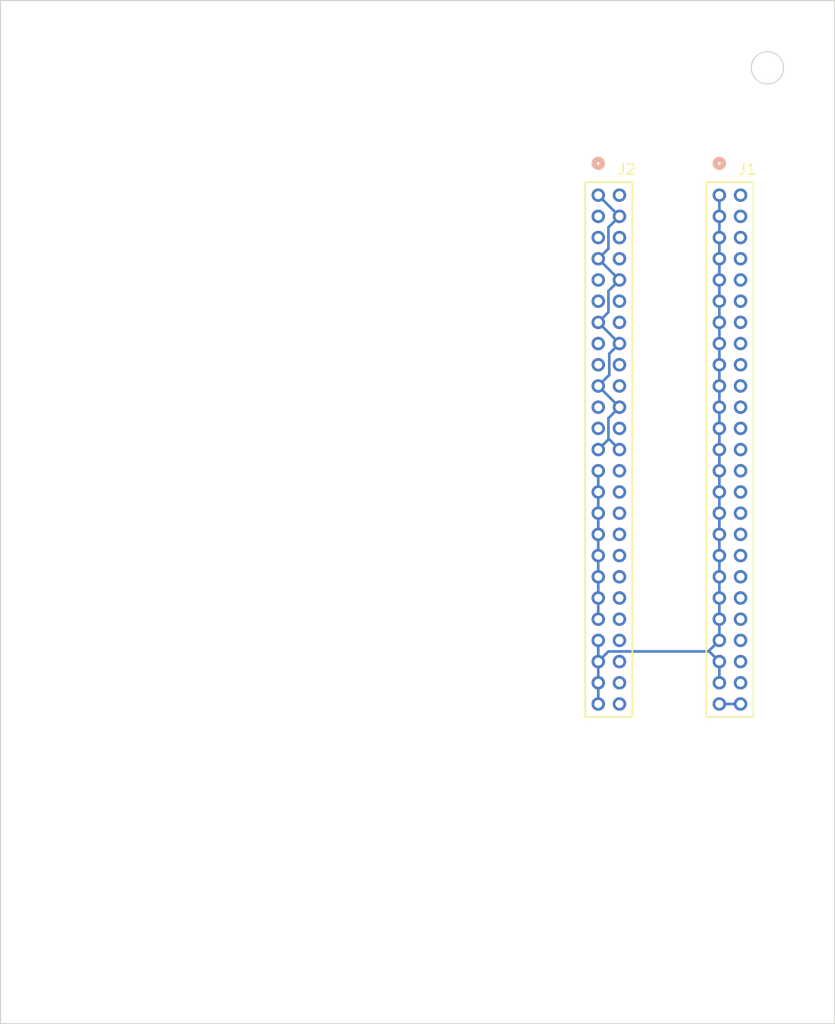
<source format=kicad_pcb>
(kicad_pcb (version 20221018) (generator pcbnew)
  (layers (0 "F.Cu" signal) (31 "B.Cu" signal) (34 "B.Paste" user) (35 "F.Paste" user) (36 "B.SilkS" user "B.Silkscreen") (37 "F.SilkS" user "F.Silkscreen") (38 "B.Mask" user) (39 "F.Mask" user) (44 "Edge.Cuts" user))
  (net 0 "")
  (net 1 "D GND")
  (net 2 "DIO4")
  (net 3 "DIO5")
  (net 4 "DIO6")
  (net 5 "DIO7")
  (net 6 "DIO8")
  (net 7 "DIO9")
  (net 8 "DIO10")
  (net 9 "DIO11")
  (net 10 "DIO12")
  (net 11 "DIO13")
  (net 12 "DIO14")
  (net 13 "DIO15")
  (net 14 "DIO16")
  (net 15 "DIO17")
  (net 16 "DIO18")
  (net 17 "DIO19")
  (net 18 "DIO20")
  (net 19 "DIO21")
  (net 20 "DIO22")
  (net 21 "DIO23")
  (net 22 "DIO24")
  (net 23 "DIO25")
  (net 24 "DIO26")
  (net 25 "DIO27")
  (net 26 "+5V")
  (net 27 "AI GND")
  (net 28 "AI0")
  (net 29 "AI8")
  (net 30 "AI9")
  (net 31 "AI1")
  (net 32 "AI2")
  (net 33 "AI10")
  (net 34 "AI11")
  (net 35 "AI3")
  (net 36 "AI4")
  (net 37 "AI12")
  (net 38 "AI13")
  (net 39 "AI5")
  (net 40 "AI6")
  (net 41 "AI14")
  (net 42 "AI15")
  (net 43 "AI7")
  (net 44 "AO GND")
  (net 45 "AO0")
  (net 46 "AO1")
  (net 47 "AO2")
  (net 48 "AO3")
  (net 53 "DIO0")
  (net 54 "DIO1")
  (net 55 "DIO2")
  (net 56 "DIO3")
  (footprint "glab:79107-7024_MOL" (layer "F.Cu") (at 93.25 43.75912 -90)
    (fp_text reference "J1" (at -2.43 -2.637999 unlocked) (layer "F.SilkS"))
    (fp_text value "791077024")
    (fp_circle (center -3.0002 0) (end -2.6192 0) (stroke (width 0.508)) (fill none) (layer "B.SilkS"))
    (fp_line (start -1.2222 -3.2098) (end -1.2222 1.2352) (stroke (width 0.1524)) (layer "F.SilkS"))
    (fp_line (start -1.2222 1.2352) (end 49.2222 1.2352) (stroke (width 0.1524)) (layer "F.SilkS"))
    (fp_line (start 49.2222 -3.2098) (end -1.2222 -3.2098) (stroke (width 0.1524)) (layer "F.SilkS"))
    (fp_line (start 49.2222 1.2352) (end 49.2222 -3.2098) (stroke (width 0.1524)) (layer "F.SilkS"))
    (fp_circle (center -3.0002 0) (end -2.6192 0) (stroke (width 0.508)) (fill none) (layer "F.SilkS"))
    (pad "1" thru_hole circle (at 0 0.000001 270) (size 1.27 1.27) (drill 0.762) (layers "*.Cu" "*.Mask") (net 1 "D GND"))
    (pad "2" thru_hole circle (at 0 -2.000001 270) (size 1.27 1.27) (drill 0.762) (layers "*.Cu" "*.Mask") (net 2 "DIO4"))
    (pad "3" thru_hole circle (at 2.000001 0.000001 270) (size 1.27 1.27) (drill 0.762) (layers "*.Cu" "*.Mask") (net 1 "D GND"))
    (pad "4" thru_hole circle (at 2.000001 -2.000001 270) (size 1.27 1.27) (drill 0.762) (layers "*.Cu" "*.Mask") (net 3 "DIO5"))
    (pad "5" thru_hole circle (at 4 0.000001 270) (size 1.27 1.27) (drill 0.762) (layers "*.Cu" "*.Mask") (net 1 "D GND"))
    (pad "6" thru_hole circle (at 4 -2.000001 270) (size 1.27 1.27) (drill 0.762) (layers "*.Cu" "*.Mask") (net 4 "DIO6"))
    (pad "7" thru_hole circle (at 6.000001 0.000001 270) (size 1.27 1.27) (drill 0.762) (layers "*.Cu" "*.Mask") (net 1 "D GND"))
    (pad "8" thru_hole circle (at 6.000001 -2.000001 270) (size 1.27 1.27) (drill 0.762) (layers "*.Cu" "*.Mask") (net 5 "DIO7"))
    (pad "9" thru_hole circle (at 7.999999 0.000001 270) (size 1.27 1.27) (drill 0.762) (layers "*.Cu" "*.Mask") (net 1 "D GND"))
    (pad "10" thru_hole circle (at 7.999999 -2.000001 270) (size 1.27 1.27) (drill 0.762) (layers "*.Cu" "*.Mask") (net 6 "DIO8"))
    (pad "11" thru_hole circle (at 10 0.000001 270) (size 1.27 1.27) (drill 0.762) (layers "*.Cu" "*.Mask") (net 1 "D GND"))
    (pad "12" thru_hole circle (at 10 -2.000001 270) (size 1.27 1.27) (drill 0.762) (layers "*.Cu" "*.Mask") (net 7 "DIO9"))
    (pad "13" thru_hole circle (at 12.000001 0.000001 270) (size 1.27 1.27) (drill 0.762) (layers "*.Cu" "*.Mask") (net 1 "D GND"))
    (pad "14" thru_hole circle (at 12.000001 -2.000001 270) (size 1.27 1.27) (drill 0.762) (layers "*.Cu" "*.Mask") (net 8 "DIO10"))
    (pad "15" thru_hole circle (at 14 0.000001 270) (size 1.27 1.27) (drill 0.762) (layers "*.Cu" "*.Mask") (net 1 "D GND"))
    (pad "16" thru_hole circle (at 14 -2.000001 270) (size 1.27 1.27) (drill 0.762) (layers "*.Cu" "*.Mask") (net 9 "DIO11"))
    (pad "17" thru_hole circle (at 16.000001 0.000001 270) (size 1.27 1.27) (drill 0.762) (layers "*.Cu" "*.Mask") (net 1 "D GND"))
    (pad "18" thru_hole circle (at 16.000001 -2.000001 270) (size 1.27 1.27) (drill 0.762) (layers "*.Cu" "*.Mask") (net 10 "DIO12"))
    (pad "19" thru_hole circle (at 17.999999 0.000001 270) (size 1.27 1.27) (drill 0.762) (layers "*.Cu" "*.Mask") (net 1 "D GND"))
    (pad "20" thru_hole circle (at 17.999999 -2.000001 270) (size 1.27 1.27) (drill 0.762) (layers "*.Cu" "*.Mask") (net 11 "DIO13"))
    (pad "21" thru_hole circle (at 20.000001 0.000001 270) (size 1.27 1.27) (drill 0.762) (layers "*.Cu" "*.Mask") (net 1 "D GND"))
    (pad "22" thru_hole circle (at 20.000001 -2.000001 270) (size 1.27 1.27) (drill 0.762) (layers "*.Cu" "*.Mask") (net 12 "DIO14"))
    (pad "23" thru_hole circle (at 21.999999 0.000001 270) (size 1.27 1.27) (drill 0.762) (layers "*.Cu" "*.Mask") (net 1 "D GND"))
    (pad "24" thru_hole circle (at 21.999999 -2.000001 270) (size 1.27 1.27) (drill 0.762) (layers "*.Cu" "*.Mask") (net 13 "DIO15"))
    (pad "25" thru_hole circle (at 24 0.000001 270) (size 1.27 1.27) (drill 0.762) (layers "*.Cu" "*.Mask") (net 1 "D GND"))
    (pad "26" thru_hole circle (at 24 -2.000001 270) (size 1.27 1.27) (drill 0.762) (layers "*.Cu" "*.Mask") (net 14 "DIO16"))
    (pad "27" thru_hole circle (at 26.000001 0.000001 270) (size 1.27 1.27) (drill 0.762) (layers "*.Cu" "*.Mask") (net 1 "D GND"))
    (pad "28" thru_hole circle (at 26.000001 -2.000001 270) (size 1.27 1.27) (drill 0.762) (layers "*.Cu" "*.Mask") (net 15 "DIO17"))
    (pad "29" thru_hole circle (at 28 0.000001 270) (size 1.27 1.27) (drill 0.762) (layers "*.Cu" "*.Mask") (net 1 "D GND"))
    (pad "30" thru_hole circle (at 28 -2.000001 270) (size 1.27 1.27) (drill 0.762) (layers "*.Cu" "*.Mask") (net 16 "DIO18"))
    (pad "31" thru_hole circle (at 30.000001 0.000001 270) (size 1.27 1.27) (drill 0.762) (layers "*.Cu" "*.Mask") (net 1 "D GND"))
    (pad "32" thru_hole circle (at 30.000001 -2.000001 270) (size 1.27 1.27) (drill 0.762) (layers "*.Cu" "*.Mask") (net 17 "DIO19"))
    (pad "33" thru_hole circle (at 31.999999 0.000001 270) (size 1.27 1.27) (drill 0.762) (layers "*.Cu" "*.Mask") (net 1 "D GND"))
    (pad "34" thru_hole circle (at 31.999999 -2.000001 270) (size 1.27 1.27) (drill 0.762) (layers "*.Cu" "*.Mask") (net 18 "DIO20"))
    (pad "35" thru_hole circle (at 34.000001 0.000001 270) (size 1.27 1.27) (drill 0.762) (layers "*.Cu" "*.Mask") (net 1 "D GND"))
    (pad "36" thru_hole circle (at 34.000001 -2.000001 270) (size 1.27 1.27) (drill 0.762) (layers "*.Cu" "*.Mask") (net 19 "DIO21"))
    (pad "37" thru_hole circle (at 35.999999 0.000001 270) (size 1.27 1.27) (drill 0.762) (layers "*.Cu" "*.Mask") (net 1 "D GND"))
    (pad "38" thru_hole circle (at 35.999999 -2.000001 270) (size 1.27 1.27) (drill 0.762) (layers "*.Cu" "*.Mask") (net 20 "DIO22"))
    (pad "39" thru_hole circle (at 38 0.000001 270) (size 1.27 1.27) (drill 0.762) (layers "*.Cu" "*.Mask") (net 1 "D GND"))
    (pad "40" thru_hole circle (at 38 -2.000001 270) (size 1.27 1.27) (drill 0.762) (layers "*.Cu" "*.Mask") (net 21 "DIO23"))
    (pad "41" thru_hole circle (at 40.000001 0.000001 270) (size 1.27 1.27) (drill 0.762) (layers "*.Cu" "*.Mask") (net 1 "D GND"))
    (pad "42" thru_hole circle (at 40.000001 -2.000001 270) (size 1.27 1.27) (drill 0.762) (layers "*.Cu" "*.Mask") (net 22 "DIO24"))
    (pad "43" thru_hole circle (at 42 0.000001 270) (size 1.27 1.27) (drill 0.762) (layers "*.Cu" "*.Mask") (net 1 "D GND"))
    (pad "44" thru_hole circle (at 42 -2.000001 270) (size 1.27 1.27) (drill 0.762) (layers "*.Cu" "*.Mask") (net 23 "DIO25"))
    (pad "45" thru_hole circle (at 44.000001 0.000001 270) (size 1.27 1.27) (drill 0.762) (layers "*.Cu" "*.Mask") (net 1 "D GND"))
    (pad "46" thru_hole circle (at 44.000001 -2.000001 270) (size 1.27 1.27) (drill 0.762) (layers "*.Cu" "*.Mask") (net 24 "DIO26"))
    (pad "47" thru_hole circle (at 45.999999 0.000001 270) (size 1.27 1.27) (drill 0.762) (layers "*.Cu" "*.Mask") (net 1 "D GND"))
    (pad "48" thru_hole circle (at 45.999999 -2.000001 270) (size 1.27 1.27) (drill 0.762) (layers "*.Cu" "*.Mask") (net 25 "DIO27"))
    (pad "49" thru_hole circle (at 48 0.000001 270) (size 1.27 1.27) (drill 0.762) (layers "*.Cu" "*.Mask") (net 26 "+5V"))
    (pad "50" thru_hole circle (at 48 -2.000001 270) (size 1.27 1.27) (drill 0.762) (layers "*.Cu" "*.Mask") (net 26 "+5V"))
  )
  (footprint "glab:79107-7024_MOL" (layer "F.Cu") (at 81.819999 43.75912 -90)
    (fp_text reference "J2" (at -2.430001 -2.683 unlocked) (layer "F.SilkS"))
    (fp_text value "791077024")
    (fp_circle (center -3.0002 0) (end -2.6192 0) (stroke (width 0.508)) (fill none) (layer "B.SilkS"))
    (fp_line (start -1.2222 -3.2098) (end -1.2222 1.2352) (stroke (width 0.1524)) (layer "F.SilkS"))
    (fp_line (start -1.2222 1.2352) (end 49.2222 1.2352) (stroke (width 0.1524)) (layer "F.SilkS"))
    (fp_line (start 49.2222 -3.2098) (end -1.2222 -3.2098) (stroke (width 0.1524)) (layer "F.SilkS"))
    (fp_line (start 49.2222 1.2352) (end 49.2222 -3.2098) (stroke (width 0.1524)) (layer "F.SilkS"))
    (fp_circle (center -3.0002 0) (end -2.6192 0) (stroke (width 0.508)) (fill none) (layer "F.SilkS"))
    (pad "1" thru_hole circle (at 0 0.000001 270) (size 1.27 1.27) (drill 0.762) (layers "*.Cu" "*.Mask") (net 27 "AI GND"))
    (pad "2" thru_hole circle (at 0 -2.000001 270) (size 1.27 1.27) (drill 0.762) (layers "*.Cu" "*.Mask") (net 28 "AI0"))
    (pad "3" thru_hole circle (at 2.000001 0.000001 270) (size 1.27 1.27) (drill 0.762) (layers "*.Cu" "*.Mask") (net 29 "AI8"))
    (pad "4" thru_hole circle (at 2.000001 -2.000001 270) (size 1.27 1.27) (drill 0.762) (layers "*.Cu" "*.Mask") (net 27 "AI GND"))
    (pad "5" thru_hole circle (at 4 0.000001 270) (size 1.27 1.27) (drill 0.762) (layers "*.Cu" "*.Mask") (net 30 "AI9"))
    (pad "6" thru_hole circle (at 4 -2.000001 270) (size 1.27 1.27) (drill 0.762) (layers "*.Cu" "*.Mask") (net 31 "AI1"))
    (pad "7" thru_hole circle (at 6.000001 0.000001 270) (size 1.27 1.27) (drill 0.762) (layers "*.Cu" "*.Mask") (net 27 "AI GND"))
    (pad "8" thru_hole circle (at 6.000001 -2.000001 270) (size 1.27 1.27) (drill 0.762) (layers "*.Cu" "*.Mask") (net 32 "AI2"))
    (pad "9" thru_hole circle (at 7.999999 0.000001 270) (size 1.27 1.27) (drill 0.762) (layers "*.Cu" "*.Mask") (net 33 "AI10"))
    (pad "10" thru_hole circle (at 7.999999 -2.000001 270) (size 1.27 1.27) (drill 0.762) (layers "*.Cu" "*.Mask") (net 27 "AI GND"))
    (pad "11" thru_hole circle (at 10 0.000001 270) (size 1.27 1.27) (drill 0.762) (layers "*.Cu" "*.Mask") (net 34 "AI11"))
    (pad "12" thru_hole circle (at 10 -2.000001 270) (size 1.27 1.27) (drill 0.762) (layers "*.Cu" "*.Mask") (net 35 "AI3"))
    (pad "13" thru_hole circle (at 12.000001 0.000001 270) (size 1.27 1.27) (drill 0.762) (layers "*.Cu" "*.Mask") (net 27 "AI GND"))
    (pad "14" thru_hole circle (at 12.000001 -2.000001 270) (size 1.27 1.27) (drill 0.762) (layers "*.Cu" "*.Mask") (net 36 "AI4"))
    (pad "15" thru_hole circle (at 14 0.000001 270) (size 1.27 1.27) (drill 0.762) (layers "*.Cu" "*.Mask") (net 37 "AI12"))
    (pad "16" thru_hole circle (at 14 -2.000001 270) (size 1.27 1.27) (drill 0.762) (layers "*.Cu" "*.Mask") (net 27 "AI GND"))
    (pad "17" thru_hole circle (at 16.000001 0.000001 270) (size 1.27 1.27) (drill 0.762) (layers "*.Cu" "*.Mask") (net 38 "AI13"))
    (pad "18" thru_hole circle (at 16.000001 -2.000001 270) (size 1.27 1.27) (drill 0.762) (layers "*.Cu" "*.Mask") (net 39 "AI5"))
    (pad "19" thru_hole circle (at 17.999999 0.000001 270) (size 1.27 1.27) (drill 0.762) (layers "*.Cu" "*.Mask") (net 27 "AI GND"))
    (pad "20" thru_hole circle (at 17.999999 -2.000001 270) (size 1.27 1.27) (drill 0.762) (layers "*.Cu" "*.Mask") (net 40 "AI6"))
    (pad "21" thru_hole circle (at 20.000001 0.000001 270) (size 1.27 1.27) (drill 0.762) (layers "*.Cu" "*.Mask") (net 41 "AI14"))
    (pad "22" thru_hole circle (at 20.000001 -2.000001 270) (size 1.27 1.27) (drill 0.762) (layers "*.Cu" "*.Mask") (net 27 "AI GND"))
    (pad "23" thru_hole circle (at 21.999999 0.000001 270) (size 1.27 1.27) (drill 0.762) (layers "*.Cu" "*.Mask") (net 42 "AI15"))
    (pad "24" thru_hole circle (at 21.999999 -2.000001 270) (size 1.27 1.27) (drill 0.762) (layers "*.Cu" "*.Mask") (net 43 "AI7"))
    (pad "25" thru_hole circle (at 24 0.000001 270) (size 1.27 1.27) (drill 0.762) (layers "*.Cu" "*.Mask") (net 27 "AI GND"))
    (pad "26" thru_hole circle (at 24 -2.000001 270) (size 1.27 1.27) (drill 0.762) (layers "*.Cu" "*.Mask") (net 27 "AI GND"))
    (pad "27" thru_hole circle (at 26.000001 0.000001 270) (size 1.27 1.27) (drill 0.762) (layers "*.Cu" "*.Mask") (net 44 "AO GND"))
    (pad "28" thru_hole circle (at 26.000001 -2.000001 270) (size 1.27 1.27) (drill 0.762) (layers "*.Cu" "*.Mask") (net 45 "AO0"))
    (pad "29" thru_hole circle (at 28 0.000001 270) (size 1.27 1.27) (drill 0.762) (layers "*.Cu" "*.Mask") (net 44 "AO GND"))
    (pad "30" thru_hole circle (at 28 -2.000001 270) (size 1.27 1.27) (drill 0.762) (layers "*.Cu" "*.Mask") (net 46 "AO1"))
    (pad "31" thru_hole circle (at 30.000001 0.000001 270) (size 1.27 1.27) (drill 0.762) (layers "*.Cu" "*.Mask") (net 44 "AO GND"))
    (pad "32" thru_hole circle (at 30.000001 -2.000001 270) (size 1.27 1.27) (drill 0.762) (layers "*.Cu" "*.Mask") (net 47 "AO2"))
    (pad "33" thru_hole circle (at 31.999999 0.000001 270) (size 1.27 1.27) (drill 0.762) (layers "*.Cu" "*.Mask") (net 44 "AO GND"))
    (pad "34" thru_hole circle (at 31.999999 -2.000001 270) (size 1.27 1.27) (drill 0.762) (layers "*.Cu" "*.Mask") (net 48 "AO3"))
    (pad "35" thru_hole circle (at 34.000001 0.000001 270) (size 1.27 1.27) (drill 0.762) (layers "*.Cu" "*.Mask") (net 44 "AO GND"))
    (pad "36" thru_hole circle (at 34.000001 -2.000001 270) (size 1.27 1.27) (drill 0.762) (layers "*.Cu" "*.Mask"))
    (pad "37" thru_hole circle (at 35.999999 0.000001 270) (size 1.27 1.27) (drill 0.762) (layers "*.Cu" "*.Mask") (net 44 "AO GND"))
    (pad "38" thru_hole circle (at 35.999999 -2.000001 270) (size 1.27 1.27) (drill 0.762) (layers "*.Cu" "*.Mask"))
    (pad "39" thru_hole circle (at 38 0.000001 270) (size 1.27 1.27) (drill 0.762) (layers "*.Cu" "*.Mask") (net 44 "AO GND"))
    (pad "40" thru_hole circle (at 38 -2.000001 270) (size 1.27 1.27) (drill 0.762) (layers "*.Cu" "*.Mask"))
    (pad "41" thru_hole circle (at 40.000001 0.000001 270) (size 1.27 1.27) (drill 0.762) (layers "*.Cu" "*.Mask") (net 44 "AO GND"))
    (pad "42" thru_hole circle (at 40.000001 -2.000001 270) (size 1.27 1.27) (drill 0.762) (layers "*.Cu" "*.Mask"))
    (pad "43" thru_hole circle (at 42 0.000001 270) (size 1.27 1.27) (drill 0.762) (layers "*.Cu" "*.Mask") (net 1 "D GND"))
    (pad "44" thru_hole circle (at 42 -2.000001 270) (size 1.27 1.27) (drill 0.762) (layers "*.Cu" "*.Mask") (net 53 "DIO0"))
    (pad "45" thru_hole circle (at 44.000001 0.000001 270) (size 1.27 1.27) (drill 0.762) (layers "*.Cu" "*.Mask") (net 1 "D GND"))
    (pad "46" thru_hole circle (at 44.000001 -2.000001 270) (size 1.27 1.27) (drill 0.762) (layers "*.Cu" "*.Mask") (net 54 "DIO1"))
    (pad "47" thru_hole circle (at 45.999999 0.000001 270) (size 1.27 1.27) (drill 0.762) (layers "*.Cu" "*.Mask") (net 1 "D GND"))
    (pad "48" thru_hole circle (at 45.999999 -2.000001 270) (size 1.27 1.27) (drill 0.762) (layers "*.Cu" "*.Mask") (net 55 "DIO2"))
    (pad "49" thru_hole circle (at 48 0.000001 270) (size 1.27 1.27) (drill 0.762) (layers "*.Cu" "*.Mask") (net 1 "D GND"))
    (pad "50" thru_hole circle (at 48 -2.000001 270) (size 1.27 1.27) (drill 0.762) (layers "*.Cu" "*.Mask") (net 56 "DIO3"))
  )
  (gr_circle (center 97.79 31.75) (end 99.314 31.75) (stroke (width 0.1)) (fill none) (layer "Edge.Cuts"))
  (gr_rect (start 25.4 25.4) (end 104.14 121.92) (stroke (width 0.1)) (fill none) (layer "Edge.Cuts"))
  (segment (start 92.289999 86.799121) (end 92.209998 86.799121) (width 0.25) (layer "B.Cu") (net 1))
  (segment (start 93.249999 75.759119) (end 93.249999 73.759121) (width 0.25) (layer "B.Cu") (net 1))
  (segment (start 81.819998 85.75912) (end 81.819998 87.759121) (width 0.25) (layer "B.Cu") (net 1))
  (segment (start 82.779998 86.799121) (end 92.209998 86.799121) (width 0.25) (layer "B.Cu") (net 1))
  (segment (start 93.249999 73.759121) (end 93.249999 71.75912) (width 0.25) (layer "B.Cu") (net 1))
  (segment (start 93.249999 85.75912) (end 93.249999 83.759121) (width 0.25) (layer "B.Cu") (net 1))
  (segment (start 93.249999 59.759121) (end 93.249999 57.75912) (width 0.25) (layer "B.Cu") (net 1))
  (segment (start 93.249999 57.75912) (end 93.249999 55.759121) (width 0.25) (layer "B.Cu") (net 1))
  (segment (start 93.249999 77.759121) (end 93.249999 75.759119) (width 0.25) (layer "B.Cu") (net 1))
  (segment (start 93.249999 51.759119) (end 93.249999 49.759121) (width 0.25) (layer "B.Cu") (net 1))
  (segment (start 93.249999 45.759121) (end 93.249999 43.75912) (width 0.25) (layer "B.Cu") (net 1))
  (segment (start 93.249999 67.75912) (end 93.249999 65.759119) (width 0.25) (layer "B.Cu") (net 1))
  (segment (start 93.249999 47.75912) (end 93.249999 45.759121) (width 0.25) (layer "B.Cu") (net 1))
  (segment (start 81.819998 87.759121) (end 81.819998 89.759119) (width 0.25) (layer "B.Cu") (net 1))
  (segment (start 92.209998 86.799121) (end 93.249999 85.75912) (width 0.25) (layer "B.Cu") (net 1))
  (segment (start 93.249999 49.759121) (end 93.249999 47.75912) (width 0.25) (layer "B.Cu") (net 1))
  (segment (start 93.249999 55.759121) (end 93.249999 53.75912) (width 0.25) (layer "B.Cu") (net 1))
  (segment (start 93.249999 69.759121) (end 93.249999 67.75912) (width 0.25) (layer "B.Cu") (net 1))
  (segment (start 93.249999 53.75912) (end 93.249999 51.759119) (width 0.25) (layer "B.Cu") (net 1))
  (segment (start 93.249999 81.75912) (end 93.249999 79.759119) (width 0.25) (layer "B.Cu") (net 1))
  (segment (start 81.819998 87.759121) (end 82.779998 86.799121) (width 0.25) (layer "B.Cu") (net 1))
  (segment (start 81.819998 89.759119) (end 81.819998 91.75912) (width 0.25) (layer "B.Cu") (net 1))
  (segment (start 93.249999 71.75912) (end 93.249999 69.759121) (width 0.25) (layer "B.Cu") (net 1))
  (segment (start 93.249999 61.759119) (end 93.249999 59.759121) (width 0.25) (layer "B.Cu") (net 1))
  (segment (start 93.249999 87.759121) (end 92.289999 86.799121) (width 0.25) (layer "B.Cu") (net 1))
  (segment (start 93.249999 65.759119) (end 93.249999 63.759121) (width 0.25) (layer "B.Cu") (net 1))
  (segment (start 93.249999 79.759119) (end 93.249999 77.759121) (width 0.25) (layer "B.Cu") (net 1))
  (segment (start 93.249999 87.759121) (end 93.249999 89.759119) (width 0.25) (layer "B.Cu") (net 1))
  (segment (start 93.249999 63.759121) (end 93.249999 61.759119) (width 0.25) (layer "B.Cu") (net 1))
  (segment (start 93.249999 83.759121) (end 93.249999 81.75912) (width 0.25) (layer "B.Cu") (net 1))
  (segment (start 93.249999 91.75912) (end 95.250001 91.75912) (width 0.25) (layer "B.Cu") (net 26))
  (segment (start 82.779998 52.799121) (end 82.779998 54.799121) (width 0.25) (layer "B.Cu") (net 27))
  (segment (start 83.82 51.759119) (end 82.779998 52.799121) (width 0.25) (layer "B.Cu") (net 27))
  (segment (start 81.819998 43.75912) (end 83.82 45.759121) (width 0.25) (layer "B.Cu") (net 27))
  (segment (start 82.86 66.79912) (end 82.779998 66.79912) (width 0.25) (layer "B.Cu") (net 27))
  (segment (start 83.82 63.759121) (end 82.779998 64.799123) (width 0.25) (layer "B.Cu") (net 27))
  (segment (start 81.819998 55.759121) (end 83.819997 57.75912) (width 0.25) (layer "B.Cu") (net 27))
  (segment (start 82.779998 64.799123) (end 82.779998 66.79912) (width 0.25) (layer "B.Cu") (net 27))
  (segment (start 81.819998 61.759119) (end 83.82 63.759121) (width 0.25) (layer "B.Cu") (net 27))
  (segment (start 83.819997 57.75912) (end 83.82 57.75912) (width 0.25) (layer "B.Cu") (net 27))
  (segment (start 82.86 60.719117) (end 81.819998 61.759119) (width 0.25) (layer "B.Cu") (net 27))
  (segment (start 83.82 57.75912) (end 82.86 58.71912) (width 0.25) (layer "B.Cu") (net 27))
  (segment (start 82.779998 66.79912) (end 81.819998 67.75912) (width 0.25) (layer "B.Cu") (net 27))
  (segment (start 81.819998 49.759121) (end 83.819996 51.759119) (width 0.25) (layer "B.Cu") (net 27))
  (segment (start 83.819996 51.759119) (end 83.82 51.759119) (width 0.25) (layer "B.Cu") (net 27))
  (segment (start 82.86 58.71912) (end 82.86 60.719117) (width 0.25) (layer "B.Cu") (net 27))
  (segment (start 82.779998 54.799121) (end 81.819998 55.759121) (width 0.25) (layer "B.Cu") (net 27))
  (segment (start 82.779998 48.799121) (end 81.819998 49.759121) (width 0.25) (layer "B.Cu") (net 27))
  (segment (start 82.779998 46.799123) (end 82.779998 48.799121) (width 0.25) (layer "B.Cu") (net 27))
  (segment (start 83.82 45.759121) (end 82.779998 46.799123) (width 0.25) (layer "B.Cu") (net 27))
  (segment (start 83.82 67.75912) (end 82.86 66.79912) (width 0.25) (layer "B.Cu") (net 27))
  (segment (start 81.819998 81.75912) (end 81.819998 83.759121) (width 0.25) (layer "B.Cu") (net 44))
  (segment (start 81.819998 71.75912) (end 81.819998 73.759121) (width 0.25) (layer "B.Cu") (net 44))
  (segment (start 81.819998 79.759119) (end 81.819998 81.75912) (width 0.25) (layer "B.Cu") (net 44))
  (segment (start 81.819998 75.759119) (end 81.819998 77.759121) (width 0.25) (layer "B.Cu") (net 44))
  (segment (start 81.819998 73.759121) (end 81.819998 75.759119) (width 0.25) (layer "B.Cu") (net 44))
  (segment (start 81.819998 77.759121) (end 81.819998 79.759119) (width 0.25) (layer "B.Cu") (net 44))
  (segment (start 81.819998 69.759121) (end 81.819998 71.75912) (width 0.25) (layer "B.Cu") (net 44))
)
</source>
